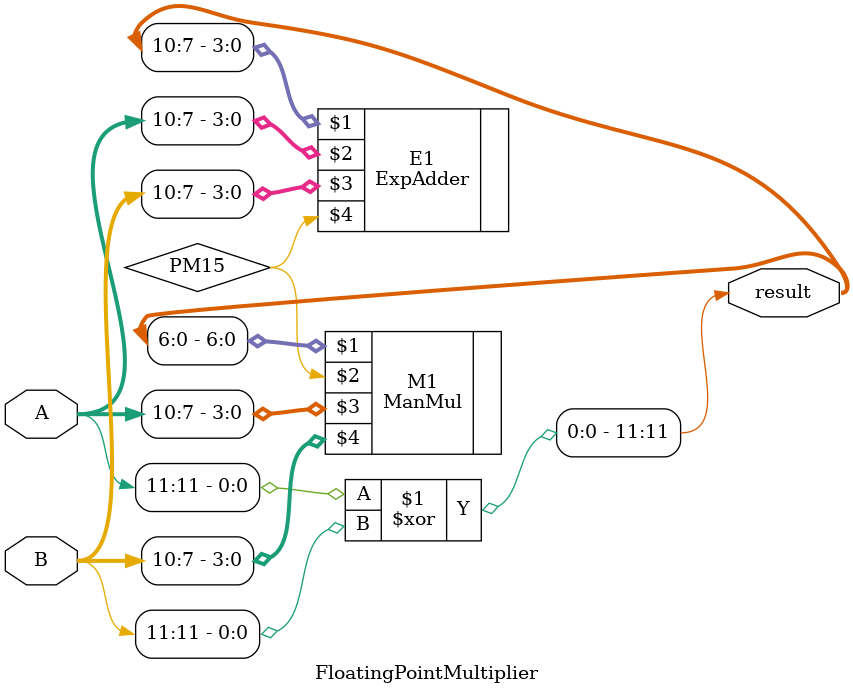
<source format=v>
`timescale 1ns/100ps

module FloatingPointMultiplier(A,B,result);

    input[11:0] A,B;
    output[11:0] result;
    
    xor x1(result[11], A[11], B[11]);

    wire PM15;

    ManMul M1(result[0:6], PM15, A[7:10], B[7:10]);
    ExpAdder E1(result[7:10], A[7:10], B[7:10], PM15);
    

endmodule


</source>
